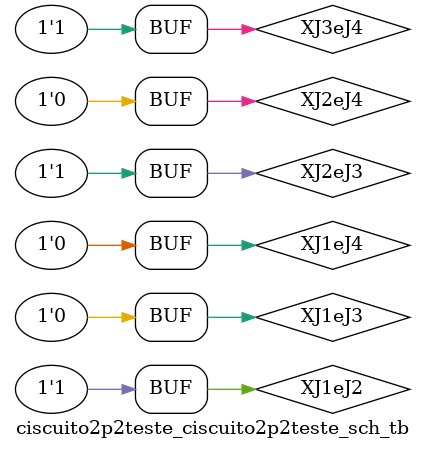
<source format=v>

`timescale 1ns / 1ps

module ciscuito2p2teste_ciscuito2p2teste_sch_tb();

// Inputs
   reg XJ1eJ4;
   reg XJ1eJ3;
   reg XJ2eJ4;
   reg XJ3eJ4;
   reg XJ2eJ3;
   reg XJ1eJ2;

// Output
   wire Vitoria;

// Bidirs

// Instantiate the UUT
   ciscuito2p2teste UUT (
		.XJ1eJ4(XJ1eJ4), 
		.XJ1eJ3(XJ1eJ3), 
		.XJ2eJ4(XJ2eJ4), 
		.XJ3eJ4(XJ3eJ4), 
		.Vitoria(Vitoria), 
		.XJ2eJ3(XJ2eJ3), 
		.XJ1eJ2(XJ1eJ2)
   );
// Initialize Inputs

   initial begin
	
		XJ1eJ4 = 1;
		XJ1eJ3 = 0;
		XJ2eJ4 = 0;
		XJ3eJ4 = 0;
		XJ2eJ3 = 0;
		XJ1eJ2 = 0;
		
		#10
		
		XJ1eJ4 = 0;
		XJ1eJ3 = 1;
		XJ2eJ4 = 0;
		XJ3eJ4 = 0;
		XJ2eJ3 = 0;
		XJ1eJ2 = 0;
		
		#10
		
		XJ1eJ4 = 0;
		XJ1eJ3 = 0;
		XJ2eJ4 = 1;
		XJ3eJ4 = 0;
		XJ2eJ3 = 0;
		XJ1eJ2 = 0;
		
		#10
		
		XJ1eJ4 = 0;
		XJ1eJ3 = 0;
		XJ2eJ4 = 0;
		XJ3eJ4 = 1;
		XJ2eJ3 = 0;
		XJ1eJ2 = 0;
		
		#10
		
		XJ1eJ4 = 0;
		XJ1eJ3 = 0;
		XJ2eJ4 = 0;
		XJ3eJ4 = 0;
		XJ2eJ3 = 1;
		XJ1eJ2 = 0;
		
		#10
		
		XJ1eJ4 = 0;
		XJ1eJ3 = 0;
		XJ2eJ4 = 0;
		XJ3eJ4 = 0;
		XJ2eJ3 = 0;
		XJ1eJ2 = 1;
		
		#10
		
		XJ1eJ4 = 0;
		XJ1eJ3 = 0;
		XJ2eJ4 = 0;
		XJ3eJ4 = 0;
		XJ2eJ3 = 0;
		XJ1eJ2 = 0;
		
		#10
		
		XJ1eJ4 = 1;
		XJ1eJ3 = 1;
		XJ2eJ4 = 0;
		XJ3eJ4 = 0;
		XJ2eJ3 = 0;
		XJ1eJ2 = 0;
		
		#10
		
		XJ1eJ4 = 0;
		XJ1eJ3 = 1;
		XJ2eJ4 = 1;
		XJ3eJ4 = 0;
		XJ2eJ3 = 0;
		XJ1eJ2 = 0;
		
		#10
		
		XJ1eJ4 = 0;
		XJ1eJ3 = 0;
		XJ2eJ4 = 1;
		XJ3eJ4 = 1;
		XJ2eJ3 = 0;
		XJ1eJ2 = 0;
		
		#10
		
		XJ1eJ4 = 0;
		XJ1eJ3 = 0;
		XJ2eJ4 = 0;
		XJ3eJ4 = 1;
		XJ2eJ3 = 1;
		XJ1eJ2 = 0;
		
		#10 
		
		XJ1eJ4 = 0;
		XJ1eJ3 = 0;
		XJ2eJ4 = 0;
		XJ3eJ4 = 0;
		XJ2eJ3 = 1;
		XJ1eJ2 = 1;
		
		#10
		
		XJ1eJ4 = 1;
		XJ1eJ3 = 1;
		XJ2eJ4 = 1;
		XJ3eJ4 = 0;
		XJ2eJ3 = 0;
		XJ1eJ2 = 0;
		
		#10
		
		XJ1eJ4 = 0;
		XJ1eJ3 = 1;
		XJ2eJ4 = 1;
		XJ3eJ4 = 1;
		XJ2eJ3 = 0;
		XJ1eJ2 = 0;
		
		#10
		
		XJ1eJ4 = 0;
		XJ1eJ3 = 0;
		XJ2eJ4 = 1;
		XJ3eJ4 = 1;
		XJ2eJ3 = 1;
		XJ1eJ2 = 0;
		
		#10
		
		XJ1eJ4 = 0;
		XJ1eJ3 = 0;
		XJ2eJ4 = 0;
		XJ3eJ4 = 1;
		XJ2eJ3 = 1;
		XJ1eJ2 = 1;
		
   end
endmodule

</source>
